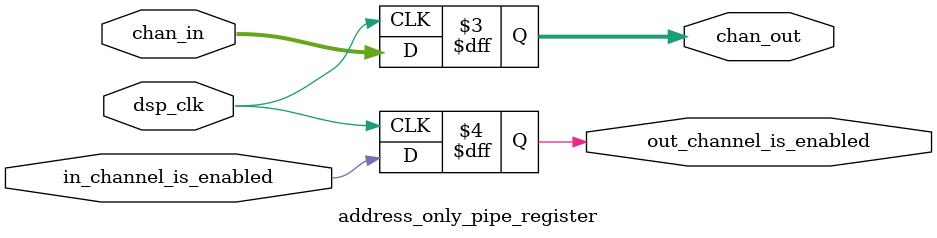
<source format=v>

module sample_pipeline
#(
    parameter NUM_VOICES = 8,
    parameter D_W = 16,
    parameter CHANBITS = 2
)
(
    input sys_clk,
    input dsp_clk,
    input dsp_enable,

    input [(CHANBITS - 1):0]channel_in,
    input is_channel_enabled,
    input [(D_W - 1):0]data_in_fix15_u16,

    output wire [(D_W - 1):0]data_out_u16
);
    
    // Example for pipeline stage
    wire [(CHANBITS - 1):0]stage_end_chan;
    wire [(D_W - 1):0]stage_end_data;
    wire stage_end_channel_is_enabled;
    data_and_address_pipe_register DAR_STAGE_0
    (
        .dsp_clk(dsp_clk),
        .chan_in(channel_in),
        .data_in(data_in_fix15_u16),
        .in_channel_is_enabled(is_channel_enabled),

        .chan_out(stage_end_chan),
        .data_out(stage_end_data),
        .out_channel_is_enabled(stage_end_channel_is_enabled)
    );


    // +1 stage, 8 clk to complete
    wire [(D_W - 1):0]end_stage_fixed_output;
    pipeline_terminal_summer PIPE_TERM
    (
        .dsp_clk(dsp_clk),
        .curr_channel(stage_end_chan),
        .curr_data(stage_end_data),
        .fixed_output(end_stage_fixed_output)
    );

    // +1 stage, 1 clk to complete
    cvt_fix15_u16_to_u16 OUTPUT_CAST
    (
        .dsp_clk(dsp_clk),
        .fixed15_u16_in(end_stage_fixed_output),
        .u16_out(data_out_u16)
    );
endmodule






module pipeline_terminal_summer
#(
    parameter NUM_VOICES = 4,
    parameter D_W = 16
)
(
    input dsp_clk,

    input [1:0]curr_channel,
    input [(D_W - 1):0]curr_data,

    output reg [(D_W - 1):0]fixed_output
);

    reg [(D_W - 1 + 4):0]summ_accum;

    initial begin
        fixed_output = {D_W{1'b0}};
    end


    always @ (posedge dsp_clk) begin
        case (curr_channel)
            0: begin
                // Shift by 3 bits or /8 to normalize sum
                fixed_output <= summ_accum[18:3];
                summ_accum <= curr_data;
            end

            1:  summ_accum <= summ_accum + curr_data;
            2:  summ_accum <= summ_accum + curr_data;
            3:  summ_accum <= summ_accum + curr_data;
        endcase
    end
endmodule


module cvt_fix15_u16_to_u16
#(
    parameter D_W = 16,
    parameter SHAMT = 15
)
(
    input dsp_clk,
    input [(D_W - 1):0]fixed15_u16_in,
    output reg [(D_W - 1):0]u16_out
);

    initial begin
        u16_out = {16{1'b0}};
    end

    // Actually do scaling later on
    always @ (posedge dsp_clk) begin
        u16_out <= fixed15_u16_in;
    end
endmodule


// Inter module pipe stage
module data_and_address_pipe_register
#(
    parameter D_W = 16,
    parameter NUM_VOICES = 4,
    parameter NUM_VOICE_BITS = 2
)
(
    input dsp_clk,
    input [(NUM_VOICE_BITS - 1):0]chan_in,
    input [(D_W - 1):0]data_in,
    input in_channel_is_enabled,

    output reg [(NUM_VOICE_BITS - 1):0]chan_out,
    output reg [(D_W - 1):0]data_out,
    output reg out_channel_is_enabled
);


    initial begin
        chan_out = {D_W{1'b0}};
        chan_out = {NUM_VOICE_BITS{1'b0}};
        out_channel_is_enabled = 1'b0;
    end

    always @ (posedge dsp_clk) begin
        chan_out <= chan_in;
        data_out <= data_in;
        out_channel_is_enabled <= in_channel_is_enabled;
    end
endmodule

// Useful if pipeline passes thru an SBMAC
module address_only_pipe_register
#(
    parameter NUM_VOICE_BITS = 2
)
(
    input dsp_clk,
    input [(NUM_VOICE_BITS - 1):0]chan_in,
    input in_channel_is_enabled,

    output reg [(NUM_VOICE_BITS - 1):0]chan_out,
    output reg out_channel_is_enabled
);

    initial begin
        chan_out = {NUM_VOICE_BITS{1'b0}};
        out_channel_is_enabled = 1'b0;
    end

    always @ (posedge dsp_clk) begin
        chan_out <= chan_in;
        out_channel_is_enabled <= in_channel_is_enabled;
    end
endmodule
</source>
